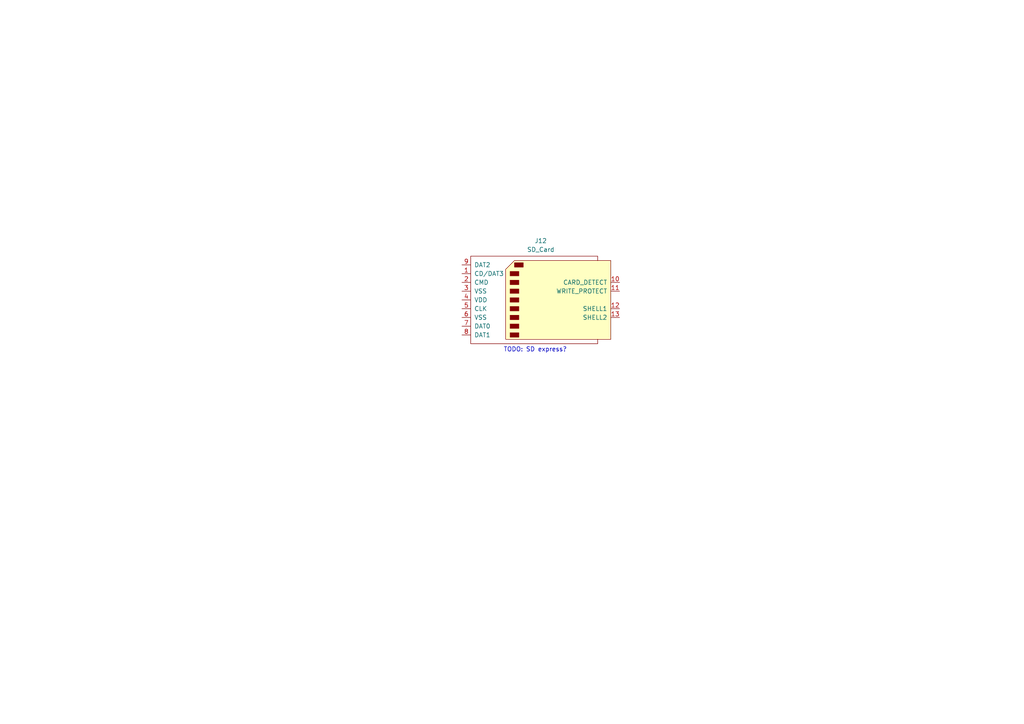
<source format=kicad_sch>
(kicad_sch (version 20230121) (generator eeschema)
  (paper "A4")
  (lib_symbols
    (symbol "Connector:SD_Card" (pin_names (offset 1.016))
      (property "Reference" "J" (at -16.51 13.97 0))
      (property "Value" "SD_Card" (at 15.24 -13.97 0))
      (symbol "SD_Card_0_1"
        (rectangle (start -8.89 -9.525) (end -6.35 -10.795) (fill (type outline)))
        (rectangle (start -8.89 -6.985) (end -6.35 -8.255) (fill (type outline)))
        (rectangle (start -8.89 -4.445) (end -6.35 -5.715) (fill (type outline)))
        (rectangle (start -8.89 -1.905) (end -6.35 -3.175) (fill (type outline)))
        (rectangle (start -8.89 0.635) (end -6.35 -0.635) (fill (type outline)))
        (rectangle (start -8.89 3.175) (end -6.35 1.905) (fill (type outline)))
        (rectangle (start -8.89 5.715) (end -6.35 4.445) (fill (type outline)))
        (rectangle (start -8.89 8.255) (end -6.35 6.985) (fill (type outline)))
        (rectangle (start -7.62 10.795) (end -5.08 9.525) (fill (type outline)))
        (polyline (pts (xy -10.16 8.89) (xy -7.62 11.43) (xy 20.32 11.43) (xy 20.32 -11.43) (xy -10.16 -11.43) (xy -10.16 8.89)) (fill (type background)))
        (polyline (pts (xy 16.51 11.43) (xy 16.51 12.7) (xy -20.32 12.7) (xy -20.32 -12.7) (xy 16.51 -12.7) (xy 16.51 -11.43)))
      )
      (symbol "SD_Card_1_1"
        (pin input line (at -22.86 7.62 0) (length 2.54) (name "CD/DAT3") (number "1"))
        (pin input line (at 22.86 5.08 180) (length 2.54) (name "CARD_DETECT") (number "10"))
        (pin input line (at 22.86 2.54 180) (length 2.54) (name "WRITE_PROTECT") (number "11"))
        (pin input line (at 22.86 -2.54 180) (length 2.54) (name "SHELL1") (number "12"))
        (pin input line (at 22.86 -5.08 180) (length 2.54) (name "SHELL2") (number "13"))
        (pin input line (at -22.86 5.08 0) (length 2.54) (name "CMD") (number "2"))
        (pin power_in line (at -22.86 2.54 0) (length 2.54) (name "VSS") (number "3"))
        (pin power_in line (at -22.86 0 0) (length 2.54) (name "VDD") (number "4"))
        (pin input line (at -22.86 -2.54 0) (length 2.54) (name "CLK") (number "5"))
        (pin power_in line (at -22.86 -5.08 0) (length 2.54) (name "VSS") (number "6"))
        (pin input line (at -22.86 -7.62 0) (length 2.54) (name "DAT0") (number "7"))
        (pin input line (at -22.86 -10.16 0) (length 2.54) (name "DAT1") (number "8"))
        (pin input line (at -22.86 10.16 0) (length 2.54) (name "DAT2") (number "9"))
      )
    )
  )
  (text "TODO: SD express?" (at 146.05 102.235 0) (effects (font (size 1.27 1.27)) (justify left bottom)))
  (symbol (lib_id "Connector:SD_Card") (at 156.845 86.995 0) (unit 1)
    (property "Reference" "J12" (at 156.845 69.85 0))
    (property "Value" "SD_Card" (at 156.845 72.39 0))
    (property "Footprint" "Connector_Card:SD_Hirose_DM1AA_SF_PEJ82" (effects hide))
    (property "Datasheet" "http://portal.fciconnect.com/Comergent//fci/drawing/10067847.pdf" (effects hide))
  )
)
</source>
